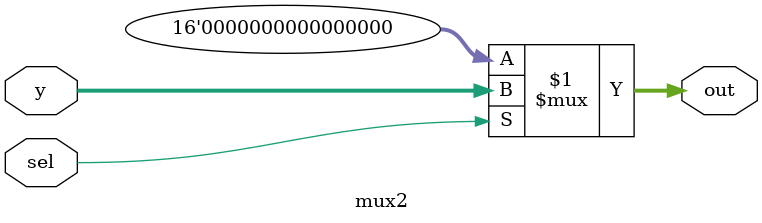
<source format=v>
module mux2(y,sel,out);
  input [15:0]  y;
  input sel;
  output [15:0] out;

assign out = (sel)? y:16'b0;

endmodule

</source>
